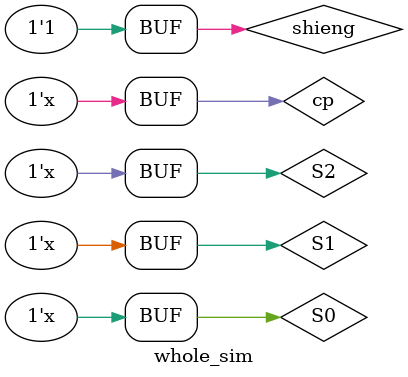
<source format=v>
`timescale 1ns / 1ps


module whole_sim(

    );
    reg shieng,S0,S1,S2,cp;
        wire y1,y2,y3,z1,z2,z3;
        initial
        begin
            shieng = 1;
            S2 = 0;
            S0 = 0;
            S1 = 0;
            cp = 1;
        end
        always #1 cp = ~cp;
        always #20e7 S2 = ~S2;
        always #5e7 S0 = ~S0;
        always #10e7 S1 = ~S1;
     whole whole_i
               (.S0(S0),
                .S1(S1),
                .S2(S2),
                .cp(cp),
                .shieng(shieng),
                .y1(y1),
                .y2(y2),
                .y3(y3),
                .z1(z1),
                .z2(z2),
                .z3(z3));
endmodule

</source>
